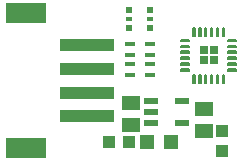
<source format=gbr>
G04 EAGLE Gerber RS-274X export*
G75*
%MOMM*%
%FSLAX34Y34*%
%LPD*%
%INSolderpaste Top*%
%IPPOS*%
%AMOC8*
5,1,8,0,0,1.08239X$1,22.5*%
G01*
%ADD10R,1.000000X1.075000*%
%ADD11R,1.200000X1.200000*%
%ADD12R,1.075000X1.000000*%
%ADD13R,1.500000X1.240000*%
%ADD14R,1.200000X0.550000*%
%ADD15R,0.900000X0.450000*%
%ADD16R,0.500000X0.500000*%
%ADD17R,0.500000X0.400000*%
%ADD18R,4.600000X1.000000*%
%ADD19R,3.400000X1.700000*%
%ADD20C,0.140000*%
%ADD21R,0.650000X0.650000*%


D10*
X186690Y10550D03*
X186690Y27550D03*
D11*
X122850Y17780D03*
X143850Y17780D03*
D12*
X90560Y17780D03*
X107560Y17780D03*
D13*
X171450Y46330D03*
X171450Y27330D03*
X109220Y51410D03*
X109220Y32410D03*
D14*
X126699Y52680D03*
X126699Y43180D03*
X126699Y33680D03*
X152701Y33680D03*
X152701Y52680D03*
D15*
X108340Y74630D03*
X125340Y74630D03*
X108340Y83630D03*
X108340Y91630D03*
X108340Y100630D03*
X125340Y100630D03*
X125340Y83630D03*
X125340Y91630D03*
D16*
X125840Y114420D03*
D17*
X125840Y121920D03*
D16*
X125840Y129420D03*
X107840Y129420D03*
D17*
X107840Y121920D03*
D16*
X107840Y114420D03*
D18*
X72560Y39850D03*
X72560Y59850D03*
D19*
X20560Y12850D03*
X20560Y126850D03*
D18*
X72560Y79850D03*
X72560Y99850D03*
D20*
X191960Y78240D02*
X198560Y78240D01*
X191960Y78240D02*
X191960Y79640D01*
X198560Y79640D01*
X198560Y78240D01*
X198560Y79570D02*
X191960Y79570D01*
X191960Y83240D02*
X198560Y83240D01*
X191960Y83240D02*
X191960Y84640D01*
X198560Y84640D01*
X198560Y83240D01*
X198560Y84570D02*
X191960Y84570D01*
X191960Y88240D02*
X198560Y88240D01*
X191960Y88240D02*
X191960Y89640D01*
X198560Y89640D01*
X198560Y88240D01*
X198560Y89570D02*
X191960Y89570D01*
X191960Y93240D02*
X198560Y93240D01*
X191960Y93240D02*
X191960Y94640D01*
X198560Y94640D01*
X198560Y93240D01*
X198560Y94570D02*
X191960Y94570D01*
X191960Y98240D02*
X198560Y98240D01*
X191960Y98240D02*
X191960Y99640D01*
X198560Y99640D01*
X198560Y98240D01*
X198560Y99570D02*
X191960Y99570D01*
X191960Y103240D02*
X198560Y103240D01*
X191960Y103240D02*
X191960Y104640D01*
X198560Y104640D01*
X198560Y103240D01*
X198560Y104570D02*
X191960Y104570D01*
X187060Y108140D02*
X187060Y114740D01*
X188460Y114740D01*
X188460Y108140D01*
X187060Y108140D01*
X187060Y109470D02*
X188460Y109470D01*
X188460Y110800D02*
X187060Y110800D01*
X187060Y112130D02*
X188460Y112130D01*
X188460Y113460D02*
X187060Y113460D01*
X182060Y114740D02*
X182060Y108140D01*
X182060Y114740D02*
X183460Y114740D01*
X183460Y108140D01*
X182060Y108140D01*
X182060Y109470D02*
X183460Y109470D01*
X183460Y110800D02*
X182060Y110800D01*
X182060Y112130D02*
X183460Y112130D01*
X183460Y113460D02*
X182060Y113460D01*
X177060Y114740D02*
X177060Y108140D01*
X177060Y114740D02*
X178460Y114740D01*
X178460Y108140D01*
X177060Y108140D01*
X177060Y109470D02*
X178460Y109470D01*
X178460Y110800D02*
X177060Y110800D01*
X177060Y112130D02*
X178460Y112130D01*
X178460Y113460D02*
X177060Y113460D01*
X172060Y114740D02*
X172060Y108140D01*
X172060Y114740D02*
X173460Y114740D01*
X173460Y108140D01*
X172060Y108140D01*
X172060Y109470D02*
X173460Y109470D01*
X173460Y110800D02*
X172060Y110800D01*
X172060Y112130D02*
X173460Y112130D01*
X173460Y113460D02*
X172060Y113460D01*
X167060Y114740D02*
X167060Y108140D01*
X167060Y114740D02*
X168460Y114740D01*
X168460Y108140D01*
X167060Y108140D01*
X167060Y109470D02*
X168460Y109470D01*
X168460Y110800D02*
X167060Y110800D01*
X167060Y112130D02*
X168460Y112130D01*
X168460Y113460D02*
X167060Y113460D01*
X162060Y114740D02*
X162060Y108140D01*
X162060Y114740D02*
X163460Y114740D01*
X163460Y108140D01*
X162060Y108140D01*
X162060Y109470D02*
X163460Y109470D01*
X163460Y110800D02*
X162060Y110800D01*
X162060Y112130D02*
X163460Y112130D01*
X163460Y113460D02*
X162060Y113460D01*
X158560Y104640D02*
X151960Y104640D01*
X158560Y104640D02*
X158560Y103240D01*
X151960Y103240D01*
X151960Y104640D01*
X151960Y104570D02*
X158560Y104570D01*
X158560Y99640D02*
X151960Y99640D01*
X158560Y99640D02*
X158560Y98240D01*
X151960Y98240D01*
X151960Y99640D01*
X151960Y99570D02*
X158560Y99570D01*
X158560Y94640D02*
X151960Y94640D01*
X158560Y94640D02*
X158560Y93240D01*
X151960Y93240D01*
X151960Y94640D01*
X151960Y94570D02*
X158560Y94570D01*
X158560Y89640D02*
X151960Y89640D01*
X158560Y89640D02*
X158560Y88240D01*
X151960Y88240D01*
X151960Y89640D01*
X151960Y89570D02*
X158560Y89570D01*
X158560Y84640D02*
X151960Y84640D01*
X158560Y84640D02*
X158560Y83240D01*
X151960Y83240D01*
X151960Y84640D01*
X151960Y84570D02*
X158560Y84570D01*
X158560Y79640D02*
X151960Y79640D01*
X158560Y79640D02*
X158560Y78240D01*
X151960Y78240D01*
X151960Y79640D01*
X151960Y79570D02*
X158560Y79570D01*
X163460Y74740D02*
X163460Y68140D01*
X162060Y68140D01*
X162060Y74740D01*
X163460Y74740D01*
X163460Y69470D02*
X162060Y69470D01*
X162060Y70800D02*
X163460Y70800D01*
X163460Y72130D02*
X162060Y72130D01*
X162060Y73460D02*
X163460Y73460D01*
X168460Y74740D02*
X168460Y68140D01*
X167060Y68140D01*
X167060Y74740D01*
X168460Y74740D01*
X168460Y69470D02*
X167060Y69470D01*
X167060Y70800D02*
X168460Y70800D01*
X168460Y72130D02*
X167060Y72130D01*
X167060Y73460D02*
X168460Y73460D01*
X173460Y74740D02*
X173460Y68140D01*
X172060Y68140D01*
X172060Y74740D01*
X173460Y74740D01*
X173460Y69470D02*
X172060Y69470D01*
X172060Y70800D02*
X173460Y70800D01*
X173460Y72130D02*
X172060Y72130D01*
X172060Y73460D02*
X173460Y73460D01*
X178460Y74740D02*
X178460Y68140D01*
X177060Y68140D01*
X177060Y74740D01*
X178460Y74740D01*
X178460Y69470D02*
X177060Y69470D01*
X177060Y70800D02*
X178460Y70800D01*
X178460Y72130D02*
X177060Y72130D01*
X177060Y73460D02*
X178460Y73460D01*
X183460Y74740D02*
X183460Y68140D01*
X182060Y68140D01*
X182060Y74740D01*
X183460Y74740D01*
X183460Y69470D02*
X182060Y69470D01*
X182060Y70800D02*
X183460Y70800D01*
X183460Y72130D02*
X182060Y72130D01*
X182060Y73460D02*
X183460Y73460D01*
X188460Y74740D02*
X188460Y68140D01*
X187060Y68140D01*
X187060Y74740D01*
X188460Y74740D01*
X188460Y69470D02*
X187060Y69470D01*
X187060Y70800D02*
X188460Y70800D01*
X188460Y72130D02*
X187060Y72130D01*
X187060Y73460D02*
X188460Y73460D01*
D21*
X171010Y87190D03*
X171010Y95690D03*
X179510Y87190D03*
X179510Y95690D03*
M02*

</source>
